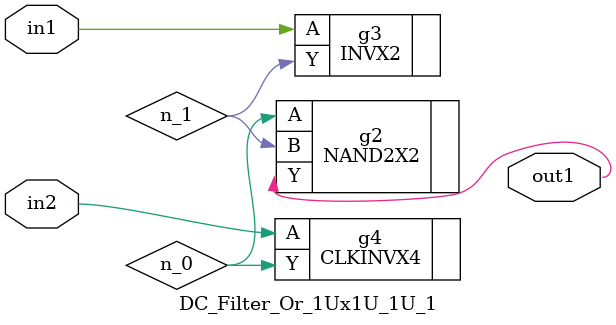
<source format=v>
`timescale 1ps / 1ps


module DC_Filter_Or_1Ux1U_1U_1(in2, in1, out1);
  input in2, in1;
  output out1;
  wire in2, in1;
  wire out1;
  wire n_0, n_1;
  NAND2X2 g2(.A (n_0), .B (n_1), .Y (out1));
  INVX2 g3(.A (in1), .Y (n_1));
  CLKINVX4 g4(.A (in2), .Y (n_0));
endmodule



</source>
